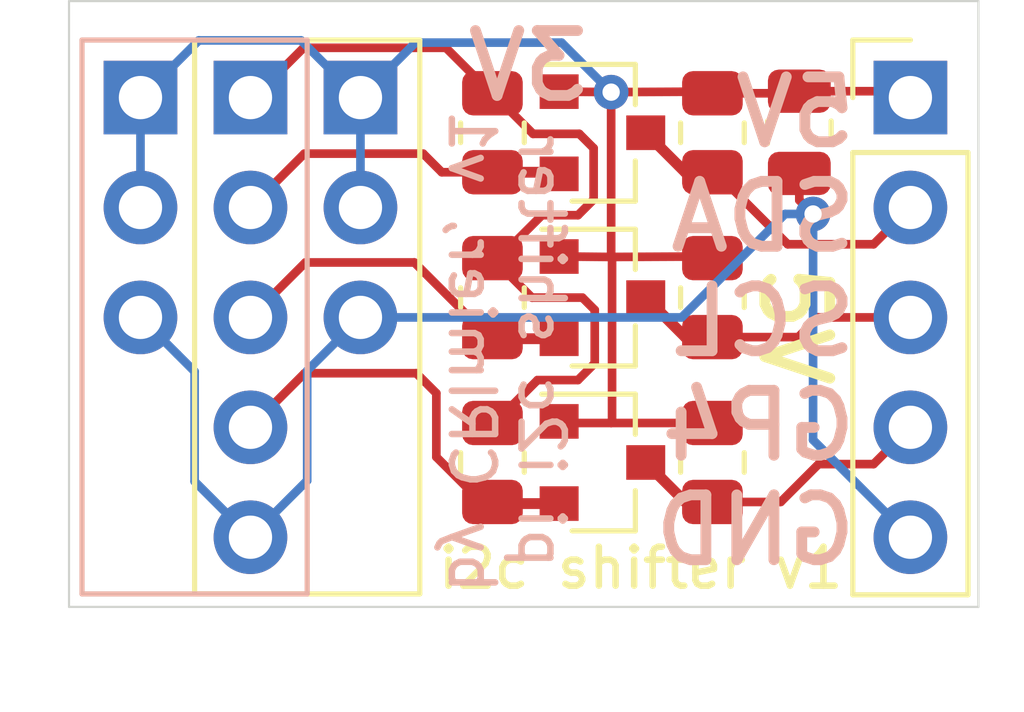
<source format=kicad_pcb>
(kicad_pcb (version 20171130) (host pcbnew 5.1.5+dfsg1-2build2)

  (general
    (thickness 1.6)
    (drawings 17)
    (tracks 103)
    (zones 0)
    (modules 18)
    (nets 10)
  )

  (page A4)
  (layers
    (0 F.Cu signal)
    (31 B.Cu signal)
    (32 B.Adhes user)
    (33 F.Adhes user)
    (34 B.Paste user)
    (35 F.Paste user)
    (36 B.SilkS user)
    (37 F.SilkS user)
    (38 B.Mask user)
    (39 F.Mask user)
    (40 Dwgs.User user)
    (41 Cmts.User user)
    (42 Eco1.User user)
    (43 Eco2.User user)
    (44 Edge.Cuts user)
    (45 Margin user)
    (46 B.CrtYd user)
    (47 F.CrtYd user)
    (48 B.Fab user)
    (49 F.Fab user)
  )

  (setup
    (last_trace_width 0.25)
    (user_trace_width 0.2)
    (trace_clearance 0.2)
    (zone_clearance 0.508)
    (zone_45_only no)
    (trace_min 0.2)
    (via_size 0.8)
    (via_drill 0.4)
    (via_min_size 0.4)
    (via_min_drill 0.3)
    (uvia_size 0.3)
    (uvia_drill 0.1)
    (uvias_allowed no)
    (uvia_min_size 0.2)
    (uvia_min_drill 0.1)
    (edge_width 0.05)
    (segment_width 0.2)
    (pcb_text_width 0.3)
    (pcb_text_size 1.5 1.5)
    (mod_edge_width 0.12)
    (mod_text_size 1 1)
    (mod_text_width 0.15)
    (pad_size 1.524 1.524)
    (pad_drill 0.762)
    (pad_to_mask_clearance 0.051)
    (solder_mask_min_width 0.25)
    (aux_axis_origin 171 89.5)
    (visible_elements FFFFFF7F)
    (pcbplotparams
      (layerselection 0x010fc_ffffffff)
      (usegerberextensions true)
      (usegerberattributes false)
      (usegerberadvancedattributes false)
      (creategerberjobfile false)
      (excludeedgelayer false)
      (linewidth 0.100000)
      (plotframeref false)
      (viasonmask false)
      (mode 1)
      (useauxorigin true)
      (hpglpennumber 1)
      (hpglpenspeed 20)
      (hpglpendiameter 15.000000)
      (psnegative false)
      (psa4output false)
      (plotreference false)
      (plotvalue false)
      (plotinvisibletext false)
      (padsonsilk false)
      (subtractmaskfromsilk true)
      (outputformat 1)
      (mirror false)
      (drillshape 0)
      (scaleselection 1)
      (outputdirectory "gerbers/"))
  )

  (net 0 "")
  (net 1 GND)
  (net 2 +5V)
  (net 3 GPIO_3V)
  (net 4 SCL_3V)
  (net 5 SDA_3V)
  (net 6 +3V3)
  (net 7 GPIO_5V)
  (net 8 SCL_5V)
  (net 9 SDA_5V)

  (net_class Default "This is the default net class."
    (clearance 0.2)
    (trace_width 0.25)
    (via_dia 0.8)
    (via_drill 0.4)
    (uvia_dia 0.3)
    (uvia_drill 0.1)
    (add_net +3V3)
    (add_net +5V)
    (add_net GND)
    (add_net GPIO_3V)
    (add_net GPIO_5V)
    (add_net SCL_3V)
    (add_net SCL_5V)
    (add_net SDA_3V)
    (add_net SDA_5V)
  )

  (module pi_i2c_shifter:PinHeader_1x05_P2.54mm_Vertical_NoSilk (layer F.Cu) (tedit 615A16E7) (tstamp 615A69DF)
    (at 154.19 91.73)
    (descr "Through hole straight pin header, 1x05, 2.54mm pitch, single row")
    (tags "Through hole pin header THT 1x05 2.54mm single row")
    (path /615A19BC)
    (fp_text reference J3 (at 0 -2.33) (layer F.SilkS) hide
      (effects (font (size 1 1) (thickness 0.15)))
    )
    (fp_text value I2C_RPi (at 0 12.49) (layer F.Fab)
      (effects (font (size 1 1) (thickness 0.15)))
    )
    (fp_text user %R (at 0 5.08 90) (layer F.Fab)
      (effects (font (size 1 1) (thickness 0.15)))
    )
    (fp_line (start 1.8 -1.8) (end -1.8 -1.8) (layer F.CrtYd) (width 0.05))
    (fp_line (start 1.8 11.95) (end 1.8 -1.8) (layer F.CrtYd) (width 0.05))
    (fp_line (start -1.8 11.95) (end 1.8 11.95) (layer F.CrtYd) (width 0.05))
    (fp_line (start -1.8 -1.8) (end -1.8 11.95) (layer F.CrtYd) (width 0.05))
    (fp_line (start -1.27 -0.635) (end -0.635 -1.27) (layer F.Fab) (width 0.1))
    (fp_line (start -1.27 11.43) (end -1.27 -0.635) (layer F.Fab) (width 0.1))
    (fp_line (start 1.27 11.43) (end -1.27 11.43) (layer F.Fab) (width 0.1))
    (fp_line (start 1.27 -1.27) (end 1.27 11.43) (layer F.Fab) (width 0.1))
    (fp_line (start -0.635 -1.27) (end 1.27 -1.27) (layer F.Fab) (width 0.1))
    (pad 5 thru_hole oval (at 0 10.16) (size 1.7 1.7) (drill 1) (layers *.Cu *.Mask)
      (net 1 GND))
    (pad 4 thru_hole oval (at 0 7.62) (size 1.7 1.7) (drill 1) (layers *.Cu *.Mask)
      (net 3 GPIO_3V))
    (pad 3 thru_hole oval (at 0 5.08) (size 1.7 1.7) (drill 1) (layers *.Cu *.Mask)
      (net 4 SCL_3V))
    (pad 2 thru_hole oval (at 0 2.54) (size 1.7 1.7) (drill 1) (layers *.Cu *.Mask)
      (net 5 SDA_3V))
    (pad 1 thru_hole rect (at 0 0) (size 1.7 1.7) (drill 1) (layers *.Cu *.Mask)
      (net 6 +3V3))
  )

  (module pi_i2c_shifter:PinHole_1,5mm (layer F.Cu) (tedit 615A1726) (tstamp 615A6980)
    (at 151.65 99.35)
    (descr "Mounting Hole 2.1mm, no annular")
    (tags "mounting hole 2.1mm no annular")
    (path /615AAB6B)
    (attr virtual)
    (fp_text reference H1 (at 0 -3.2) (layer F.SilkS) hide
      (effects (font (size 1 1) (thickness 0.15)))
    )
    (fp_text value pin_hole (at 0 3.2) (layer F.Fab)
      (effects (font (size 1 1) (thickness 0.15)))
    )
    (fp_circle (center 0 0) (end 1.524 0) (layer F.CrtYd) (width 0.05))
    (fp_circle (center 0 0) (end 1.27 0) (layer Cmts.User) (width 0.15))
    (fp_text user %R (at 0.3 0) (layer F.Fab)
      (effects (font (size 1 1) (thickness 0.15)))
    )
    (pad "" np_thru_hole circle (at 0 0) (size 1.5 1.5) (drill 1.5) (layers *.Cu *.Mask))
  )

  (module pi_i2c_shifter:PinHole_1,5mm (layer F.Cu) (tedit 615A1726) (tstamp 615A6998)
    (at 151.65 101.89)
    (descr "Mounting Hole 2.1mm, no annular")
    (tags "mounting hole 2.1mm no annular")
    (path /615ABA63)
    (attr virtual)
    (fp_text reference H4 (at 0 -3.2) (layer F.SilkS) hide
      (effects (font (size 1 1) (thickness 0.15)))
    )
    (fp_text value pin_hole (at 0 3.2) (layer F.Fab)
      (effects (font (size 1 1) (thickness 0.15)))
    )
    (fp_circle (center 0 0) (end 1.524 0) (layer F.CrtYd) (width 0.05))
    (fp_circle (center 0 0) (end 1.27 0) (layer Cmts.User) (width 0.15))
    (fp_text user %R (at 0.3 0) (layer F.Fab)
      (effects (font (size 1 1) (thickness 0.15)))
    )
    (pad "" np_thru_hole circle (at 0 0) (size 1.5 1.5) (drill 1.5) (layers *.Cu *.Mask))
  )

  (module pi_i2c_shifter:PinHole_1,5mm (layer F.Cu) (tedit 615A1726) (tstamp 615A6990)
    (at 156.73 99.35)
    (descr "Mounting Hole 2.1mm, no annular")
    (tags "mounting hole 2.1mm no annular")
    (path /615AB864)
    (attr virtual)
    (fp_text reference H3 (at 0 -3.2) (layer F.SilkS) hide
      (effects (font (size 1 1) (thickness 0.15)))
    )
    (fp_text value pin_hole (at 0 3.2) (layer F.Fab)
      (effects (font (size 1 1) (thickness 0.15)))
    )
    (fp_circle (center 0 0) (end 1.524 0) (layer F.CrtYd) (width 0.05))
    (fp_circle (center 0 0) (end 1.27 0) (layer Cmts.User) (width 0.15))
    (fp_text user %R (at 0.3 0) (layer F.Fab)
      (effects (font (size 1 1) (thickness 0.15)))
    )
    (pad "" np_thru_hole circle (at 0 0) (size 1.5 1.5) (drill 1.5) (layers *.Cu *.Mask))
  )

  (module pi_i2c_shifter:PinHole_1,5mm (layer F.Cu) (tedit 615A1726) (tstamp 615A6988)
    (at 156.73 101.89)
    (descr "Mounting Hole 2.1mm, no annular")
    (tags "mounting hole 2.1mm no annular")
    (path /615AAE76)
    (attr virtual)
    (fp_text reference H2 (at 0 -3.2) (layer F.SilkS) hide
      (effects (font (size 1 1) (thickness 0.15)))
    )
    (fp_text value pin_hole (at 0 3.2) (layer F.Fab)
      (effects (font (size 1 1) (thickness 0.15)))
    )
    (fp_circle (center 0 0) (end 1.524 0) (layer F.CrtYd) (width 0.05))
    (fp_circle (center 0 0) (end 1.27 0) (layer Cmts.User) (width 0.15))
    (fp_text user %R (at 0.3 0) (layer F.Fab)
      (effects (font (size 1 1) (thickness 0.15)))
    )
    (pad "" np_thru_hole circle (at 0 0) (size 1.5 1.5) (drill 1.5) (layers *.Cu *.Mask))
  )

  (module pi_i2c_shifter:PinHeader_1x03_P2.54mm_Vertical_NoSilk (layer F.Cu) (tedit 615A1665) (tstamp 615A69AF)
    (at 156.73 91.73)
    (descr "Through hole straight pin header, 1x03, 2.54mm pitch, single row")
    (tags "Through hole pin header THT 1x03 2.54mm single row")
    (path /615A154B)
    (fp_text reference J1 (at 0 -2.33) (layer F.SilkS) hide
      (effects (font (size 1 1) (thickness 0.15)))
    )
    (fp_text value 5V_1 (at 0 7.41) (layer F.Fab)
      (effects (font (size 1 1) (thickness 0.15)))
    )
    (fp_text user %R (at 0 2.54 90) (layer F.Fab)
      (effects (font (size 1 1) (thickness 0.15)))
    )
    (fp_line (start 1.8 -1.8) (end -1.8 -1.8) (layer F.CrtYd) (width 0.05))
    (fp_line (start 1.8 6.85) (end 1.8 -1.8) (layer F.CrtYd) (width 0.05))
    (fp_line (start -1.8 6.85) (end 1.8 6.85) (layer F.CrtYd) (width 0.05))
    (fp_line (start -1.8 -1.8) (end -1.8 6.85) (layer F.CrtYd) (width 0.05))
    (fp_line (start -1.27 -0.635) (end -0.635 -1.27) (layer F.Fab) (width 0.1))
    (fp_line (start -1.27 6.35) (end -1.27 -0.635) (layer F.Fab) (width 0.1))
    (fp_line (start 1.27 6.35) (end -1.27 6.35) (layer F.Fab) (width 0.1))
    (fp_line (start 1.27 -1.27) (end 1.27 6.35) (layer F.Fab) (width 0.1))
    (fp_line (start -0.635 -1.27) (end 1.27 -1.27) (layer F.Fab) (width 0.1))
    (pad 3 thru_hole oval (at 0 5.08) (size 1.7 1.7) (drill 1) (layers *.Cu *.Mask)
      (net 1 GND))
    (pad 2 thru_hole oval (at 0 2.54) (size 1.7 1.7) (drill 1) (layers *.Cu *.Mask)
      (net 2 +5V))
    (pad 1 thru_hole rect (at 0 0) (size 1.7 1.7) (drill 1) (layers *.Cu *.Mask)
      (net 2 +5V))
  )

  (module pi_i2c_shifter:PinHeader_1x03_P2.54mm_Vertical_NoSilk (layer F.Cu) (tedit 615A1665) (tstamp 615A69C6)
    (at 151.65 91.73)
    (descr "Through hole straight pin header, 1x03, 2.54mm pitch, single row")
    (tags "Through hole pin header THT 1x03 2.54mm single row")
    (path /615A981E)
    (fp_text reference J2 (at 0 -2.33) (layer F.SilkS) hide
      (effects (font (size 1 1) (thickness 0.15)))
    )
    (fp_text value 5V_2 (at 0 7.41) (layer F.Fab)
      (effects (font (size 1 1) (thickness 0.15)))
    )
    (fp_text user %R (at 0 2.54 90) (layer F.Fab)
      (effects (font (size 1 1) (thickness 0.15)))
    )
    (fp_line (start 1.8 -1.8) (end -1.8 -1.8) (layer F.CrtYd) (width 0.05))
    (fp_line (start 1.8 6.85) (end 1.8 -1.8) (layer F.CrtYd) (width 0.05))
    (fp_line (start -1.8 6.85) (end 1.8 6.85) (layer F.CrtYd) (width 0.05))
    (fp_line (start -1.8 -1.8) (end -1.8 6.85) (layer F.CrtYd) (width 0.05))
    (fp_line (start -1.27 -0.635) (end -0.635 -1.27) (layer F.Fab) (width 0.1))
    (fp_line (start -1.27 6.35) (end -1.27 -0.635) (layer F.Fab) (width 0.1))
    (fp_line (start 1.27 6.35) (end -1.27 6.35) (layer F.Fab) (width 0.1))
    (fp_line (start 1.27 -1.27) (end 1.27 6.35) (layer F.Fab) (width 0.1))
    (fp_line (start -0.635 -1.27) (end 1.27 -1.27) (layer F.Fab) (width 0.1))
    (pad 3 thru_hole oval (at 0 5.08) (size 1.7 1.7) (drill 1) (layers *.Cu *.Mask)
      (net 1 GND))
    (pad 2 thru_hole oval (at 0 2.54) (size 1.7 1.7) (drill 1) (layers *.Cu *.Mask)
      (net 2 +5V))
    (pad 1 thru_hole rect (at 0 0) (size 1.7 1.7) (drill 1) (layers *.Cu *.Mask)
      (net 2 +5V))
  )

  (module Resistor_SMD:R_0805_2012Metric (layer F.Cu) (tedit 5F68FEEE) (tstamp 615A6A9D)
    (at 164.858 96.3528 270)
    (descr "Resistor SMD 0805 (2012 Metric), square (rectangular) end terminal, IPC_7351 nominal, (Body size source: IPC-SM-782 page 72, https://www.pcb-3d.com/wordpress/wp-content/uploads/ipc-sm-782a_amendment_1_and_2.pdf), generated with kicad-footprint-generator")
    (tags resistor)
    (path /615C389E)
    (attr smd)
    (fp_text reference R6 (at 0 -1.65 90) (layer F.SilkS) hide
      (effects (font (size 1 1) (thickness 0.15)))
    )
    (fp_text value 4.7K (at 0 1.65 90) (layer F.Fab)
      (effects (font (size 1 1) (thickness 0.15)))
    )
    (fp_text user %R (at 0 0 90) (layer F.Fab)
      (effects (font (size 0.5 0.5) (thickness 0.08)))
    )
    (fp_line (start 1.68 0.95) (end -1.68 0.95) (layer F.CrtYd) (width 0.05))
    (fp_line (start 1.68 -0.95) (end 1.68 0.95) (layer F.CrtYd) (width 0.05))
    (fp_line (start -1.68 -0.95) (end 1.68 -0.95) (layer F.CrtYd) (width 0.05))
    (fp_line (start -1.68 0.95) (end -1.68 -0.95) (layer F.CrtYd) (width 0.05))
    (fp_line (start -0.227064 0.735) (end 0.227064 0.735) (layer F.SilkS) (width 0.12))
    (fp_line (start -0.227064 -0.735) (end 0.227064 -0.735) (layer F.SilkS) (width 0.12))
    (fp_line (start 1 0.625) (end -1 0.625) (layer F.Fab) (width 0.1))
    (fp_line (start 1 -0.625) (end 1 0.625) (layer F.Fab) (width 0.1))
    (fp_line (start -1 -0.625) (end 1 -0.625) (layer F.Fab) (width 0.1))
    (fp_line (start -1 0.625) (end -1 -0.625) (layer F.Fab) (width 0.1))
    (pad 2 smd roundrect (at 0.9125 0 270) (size 1.025 1.4) (layers F.Cu F.Paste F.Mask) (roundrect_rratio 0.243902)
      (net 8 SCL_5V))
    (pad 1 smd roundrect (at -0.9125 0 270) (size 1.025 1.4) (layers F.Cu F.Paste F.Mask) (roundrect_rratio 0.243902)
      (net 2 +5V))
    (model ${KISYS3DMOD}/Resistor_SMD.3dshapes/R_0805_2012Metric.wrl
      (at (xyz 0 0 0))
      (scale (xyz 1 1 1))
      (rotate (xyz 0 0 0))
    )
  )

  (module Resistor_SMD:R_0805_2012Metric (layer F.Cu) (tedit 5F68FEEE) (tstamp 615A6A8C)
    (at 164.858 92.5428 270)
    (descr "Resistor SMD 0805 (2012 Metric), square (rectangular) end terminal, IPC_7351 nominal, (Body size source: IPC-SM-782 page 72, https://www.pcb-3d.com/wordpress/wp-content/uploads/ipc-sm-782a_amendment_1_and_2.pdf), generated with kicad-footprint-generator")
    (tags resistor)
    (path /615A116D)
    (attr smd)
    (fp_text reference R5 (at 0 -1.65 90) (layer F.SilkS) hide
      (effects (font (size 1 1) (thickness 0.15)))
    )
    (fp_text value 4.7K (at 0 1.65 90) (layer F.Fab)
      (effects (font (size 1 1) (thickness 0.15)))
    )
    (fp_text user %R (at 0 0 90) (layer F.Fab)
      (effects (font (size 0.5 0.5) (thickness 0.08)))
    )
    (fp_line (start 1.68 0.95) (end -1.68 0.95) (layer F.CrtYd) (width 0.05))
    (fp_line (start 1.68 -0.95) (end 1.68 0.95) (layer F.CrtYd) (width 0.05))
    (fp_line (start -1.68 -0.95) (end 1.68 -0.95) (layer F.CrtYd) (width 0.05))
    (fp_line (start -1.68 0.95) (end -1.68 -0.95) (layer F.CrtYd) (width 0.05))
    (fp_line (start -0.227064 0.735) (end 0.227064 0.735) (layer F.SilkS) (width 0.12))
    (fp_line (start -0.227064 -0.735) (end 0.227064 -0.735) (layer F.SilkS) (width 0.12))
    (fp_line (start 1 0.625) (end -1 0.625) (layer F.Fab) (width 0.1))
    (fp_line (start 1 -0.625) (end 1 0.625) (layer F.Fab) (width 0.1))
    (fp_line (start -1 -0.625) (end 1 -0.625) (layer F.Fab) (width 0.1))
    (fp_line (start -1 0.625) (end -1 -0.625) (layer F.Fab) (width 0.1))
    (pad 2 smd roundrect (at 0.9125 0 270) (size 1.025 1.4) (layers F.Cu F.Paste F.Mask) (roundrect_rratio 0.243902)
      (net 9 SDA_5V))
    (pad 1 smd roundrect (at -0.9125 0 270) (size 1.025 1.4) (layers F.Cu F.Paste F.Mask) (roundrect_rratio 0.243902)
      (net 2 +5V))
    (model ${KISYS3DMOD}/Resistor_SMD.3dshapes/R_0805_2012Metric.wrl
      (at (xyz 0 0 0))
      (scale (xyz 1 1 1))
      (rotate (xyz 0 0 0))
    )
  )

  (module Resistor_SMD:R_0805_2012Metric (layer F.Cu) (tedit 5F68FEEE) (tstamp 615A6A7B)
    (at 164.858 100.1628 270)
    (descr "Resistor SMD 0805 (2012 Metric), square (rectangular) end terminal, IPC_7351 nominal, (Body size source: IPC-SM-782 page 72, https://www.pcb-3d.com/wordpress/wp-content/uploads/ipc-sm-782a_amendment_1_and_2.pdf), generated with kicad-footprint-generator")
    (tags resistor)
    (path /615DDAAA)
    (attr smd)
    (fp_text reference R4 (at 0 -1.65 90) (layer F.SilkS) hide
      (effects (font (size 1 1) (thickness 0.15)))
    )
    (fp_text value 4.7K (at 0 1.65 90) (layer F.Fab)
      (effects (font (size 1 1) (thickness 0.15)))
    )
    (fp_text user %R (at 0 0 90) (layer F.Fab)
      (effects (font (size 0.5 0.5) (thickness 0.08)))
    )
    (fp_line (start 1.68 0.95) (end -1.68 0.95) (layer F.CrtYd) (width 0.05))
    (fp_line (start 1.68 -0.95) (end 1.68 0.95) (layer F.CrtYd) (width 0.05))
    (fp_line (start -1.68 -0.95) (end 1.68 -0.95) (layer F.CrtYd) (width 0.05))
    (fp_line (start -1.68 0.95) (end -1.68 -0.95) (layer F.CrtYd) (width 0.05))
    (fp_line (start -0.227064 0.735) (end 0.227064 0.735) (layer F.SilkS) (width 0.12))
    (fp_line (start -0.227064 -0.735) (end 0.227064 -0.735) (layer F.SilkS) (width 0.12))
    (fp_line (start 1 0.625) (end -1 0.625) (layer F.Fab) (width 0.1))
    (fp_line (start 1 -0.625) (end 1 0.625) (layer F.Fab) (width 0.1))
    (fp_line (start -1 -0.625) (end 1 -0.625) (layer F.Fab) (width 0.1))
    (fp_line (start -1 0.625) (end -1 -0.625) (layer F.Fab) (width 0.1))
    (pad 2 smd roundrect (at 0.9125 0 270) (size 1.025 1.4) (layers F.Cu F.Paste F.Mask) (roundrect_rratio 0.243902)
      (net 7 GPIO_5V))
    (pad 1 smd roundrect (at -0.9125 0 270) (size 1.025 1.4) (layers F.Cu F.Paste F.Mask) (roundrect_rratio 0.243902)
      (net 2 +5V))
    (model ${KISYS3DMOD}/Resistor_SMD.3dshapes/R_0805_2012Metric.wrl
      (at (xyz 0 0 0))
      (scale (xyz 1 1 1))
      (rotate (xyz 0 0 0))
    )
  )

  (module Resistor_SMD:R_0805_2012Metric (layer F.Cu) (tedit 5F68FEEE) (tstamp 615A6A6A)
    (at 159.778 96.3528 270)
    (descr "Resistor SMD 0805 (2012 Metric), square (rectangular) end terminal, IPC_7351 nominal, (Body size source: IPC-SM-782 page 72, https://www.pcb-3d.com/wordpress/wp-content/uploads/ipc-sm-782a_amendment_1_and_2.pdf), generated with kicad-footprint-generator")
    (tags resistor)
    (path /615E4BBB)
    (attr smd)
    (fp_text reference R3 (at 0 -1.65 90) (layer F.SilkS) hide
      (effects (font (size 1 1) (thickness 0.15)))
    )
    (fp_text value NP (at 0 1.65 90) (layer F.Fab)
      (effects (font (size 1 1) (thickness 0.15)))
    )
    (fp_text user %R (at 0 0 90) (layer F.Fab)
      (effects (font (size 0.5 0.5) (thickness 0.08)))
    )
    (fp_line (start 1.68 0.95) (end -1.68 0.95) (layer F.CrtYd) (width 0.05))
    (fp_line (start 1.68 -0.95) (end 1.68 0.95) (layer F.CrtYd) (width 0.05))
    (fp_line (start -1.68 -0.95) (end 1.68 -0.95) (layer F.CrtYd) (width 0.05))
    (fp_line (start -1.68 0.95) (end -1.68 -0.95) (layer F.CrtYd) (width 0.05))
    (fp_line (start -0.227064 0.735) (end 0.227064 0.735) (layer F.SilkS) (width 0.12))
    (fp_line (start -0.227064 -0.735) (end 0.227064 -0.735) (layer F.SilkS) (width 0.12))
    (fp_line (start 1 0.625) (end -1 0.625) (layer F.Fab) (width 0.1))
    (fp_line (start 1 -0.625) (end 1 0.625) (layer F.Fab) (width 0.1))
    (fp_line (start -1 -0.625) (end 1 -0.625) (layer F.Fab) (width 0.1))
    (fp_line (start -1 0.625) (end -1 -0.625) (layer F.Fab) (width 0.1))
    (pad 2 smd roundrect (at 0.9125 0 270) (size 1.025 1.4) (layers F.Cu F.Paste F.Mask) (roundrect_rratio 0.243902)
      (net 4 SCL_3V))
    (pad 1 smd roundrect (at -0.9125 0 270) (size 1.025 1.4) (layers F.Cu F.Paste F.Mask) (roundrect_rratio 0.243902)
      (net 6 +3V3))
    (model ${KISYS3DMOD}/Resistor_SMD.3dshapes/R_0805_2012Metric.wrl
      (at (xyz 0 0 0))
      (scale (xyz 1 1 1))
      (rotate (xyz 0 0 0))
    )
  )

  (module Resistor_SMD:R_0805_2012Metric (layer F.Cu) (tedit 5F68FEEE) (tstamp 615A6A59)
    (at 159.778 92.5428 270)
    (descr "Resistor SMD 0805 (2012 Metric), square (rectangular) end terminal, IPC_7351 nominal, (Body size source: IPC-SM-782 page 72, https://www.pcb-3d.com/wordpress/wp-content/uploads/ipc-sm-782a_amendment_1_and_2.pdf), generated with kicad-footprint-generator")
    (tags resistor)
    (path /615E4BA4)
    (attr smd)
    (fp_text reference R2 (at 0 -1.65 90) (layer F.SilkS) hide
      (effects (font (size 1 1) (thickness 0.15)))
    )
    (fp_text value NP (at 0 1.65 90) (layer F.Fab)
      (effects (font (size 1 1) (thickness 0.15)))
    )
    (fp_text user %R (at 0 0 90) (layer F.Fab)
      (effects (font (size 0.5 0.5) (thickness 0.08)))
    )
    (fp_line (start 1.68 0.95) (end -1.68 0.95) (layer F.CrtYd) (width 0.05))
    (fp_line (start 1.68 -0.95) (end 1.68 0.95) (layer F.CrtYd) (width 0.05))
    (fp_line (start -1.68 -0.95) (end 1.68 -0.95) (layer F.CrtYd) (width 0.05))
    (fp_line (start -1.68 0.95) (end -1.68 -0.95) (layer F.CrtYd) (width 0.05))
    (fp_line (start -0.227064 0.735) (end 0.227064 0.735) (layer F.SilkS) (width 0.12))
    (fp_line (start -0.227064 -0.735) (end 0.227064 -0.735) (layer F.SilkS) (width 0.12))
    (fp_line (start 1 0.625) (end -1 0.625) (layer F.Fab) (width 0.1))
    (fp_line (start 1 -0.625) (end 1 0.625) (layer F.Fab) (width 0.1))
    (fp_line (start -1 -0.625) (end 1 -0.625) (layer F.Fab) (width 0.1))
    (fp_line (start -1 0.625) (end -1 -0.625) (layer F.Fab) (width 0.1))
    (pad 2 smd roundrect (at 0.9125 0 270) (size 1.025 1.4) (layers F.Cu F.Paste F.Mask) (roundrect_rratio 0.243902)
      (net 5 SDA_3V))
    (pad 1 smd roundrect (at -0.9125 0 270) (size 1.025 1.4) (layers F.Cu F.Paste F.Mask) (roundrect_rratio 0.243902)
      (net 6 +3V3))
    (model ${KISYS3DMOD}/Resistor_SMD.3dshapes/R_0805_2012Metric.wrl
      (at (xyz 0 0 0))
      (scale (xyz 1 1 1))
      (rotate (xyz 0 0 0))
    )
  )

  (module Resistor_SMD:R_0805_2012Metric (layer F.Cu) (tedit 5F68FEEE) (tstamp 615A6A48)
    (at 159.778 100.1628 270)
    (descr "Resistor SMD 0805 (2012 Metric), square (rectangular) end terminal, IPC_7351 nominal, (Body size source: IPC-SM-782 page 72, https://www.pcb-3d.com/wordpress/wp-content/uploads/ipc-sm-782a_amendment_1_and_2.pdf), generated with kicad-footprint-generator")
    (tags resistor)
    (path /615E4BCF)
    (attr smd)
    (fp_text reference R1 (at 0 -1.65 90) (layer F.SilkS) hide
      (effects (font (size 1 1) (thickness 0.15)))
    )
    (fp_text value 4.7K (at 0 1.65 90) (layer F.Fab)
      (effects (font (size 1 1) (thickness 0.15)))
    )
    (fp_text user %R (at 0 0 90) (layer F.Fab)
      (effects (font (size 0.5 0.5) (thickness 0.08)))
    )
    (fp_line (start 1.68 0.95) (end -1.68 0.95) (layer F.CrtYd) (width 0.05))
    (fp_line (start 1.68 -0.95) (end 1.68 0.95) (layer F.CrtYd) (width 0.05))
    (fp_line (start -1.68 -0.95) (end 1.68 -0.95) (layer F.CrtYd) (width 0.05))
    (fp_line (start -1.68 0.95) (end -1.68 -0.95) (layer F.CrtYd) (width 0.05))
    (fp_line (start -0.227064 0.735) (end 0.227064 0.735) (layer F.SilkS) (width 0.12))
    (fp_line (start -0.227064 -0.735) (end 0.227064 -0.735) (layer F.SilkS) (width 0.12))
    (fp_line (start 1 0.625) (end -1 0.625) (layer F.Fab) (width 0.1))
    (fp_line (start 1 -0.625) (end 1 0.625) (layer F.Fab) (width 0.1))
    (fp_line (start -1 -0.625) (end 1 -0.625) (layer F.Fab) (width 0.1))
    (fp_line (start -1 0.625) (end -1 -0.625) (layer F.Fab) (width 0.1))
    (pad 2 smd roundrect (at 0.9125 0 270) (size 1.025 1.4) (layers F.Cu F.Paste F.Mask) (roundrect_rratio 0.243902)
      (net 3 GPIO_3V))
    (pad 1 smd roundrect (at -0.9125 0 270) (size 1.025 1.4) (layers F.Cu F.Paste F.Mask) (roundrect_rratio 0.243902)
      (net 6 +3V3))
    (model ${KISYS3DMOD}/Resistor_SMD.3dshapes/R_0805_2012Metric.wrl
      (at (xyz 0 0 0))
      (scale (xyz 1 1 1))
      (rotate (xyz 0 0 0))
    )
  )

  (module Package_TO_SOT_SMD:SOT-23 (layer F.Cu) (tedit 5A02FF57) (tstamp 615A6A37)
    (at 162.318 100.1628)
    (descr "SOT-23, Standard")
    (tags SOT-23)
    (path /615B6A83)
    (attr smd)
    (fp_text reference Q3 (at 0 -2.5) (layer F.SilkS) hide
      (effects (font (size 1 1) (thickness 0.15)))
    )
    (fp_text value Q_NMOS_GSD (at 0 2.5) (layer F.Fab)
      (effects (font (size 1 1) (thickness 0.15)))
    )
    (fp_line (start 0.76 1.58) (end -0.7 1.58) (layer F.SilkS) (width 0.12))
    (fp_line (start 0.76 -1.58) (end -1.4 -1.58) (layer F.SilkS) (width 0.12))
    (fp_line (start -1.7 1.75) (end -1.7 -1.75) (layer F.CrtYd) (width 0.05))
    (fp_line (start 1.7 1.75) (end -1.7 1.75) (layer F.CrtYd) (width 0.05))
    (fp_line (start 1.7 -1.75) (end 1.7 1.75) (layer F.CrtYd) (width 0.05))
    (fp_line (start -1.7 -1.75) (end 1.7 -1.75) (layer F.CrtYd) (width 0.05))
    (fp_line (start 0.76 -1.58) (end 0.76 -0.65) (layer F.SilkS) (width 0.12))
    (fp_line (start 0.76 1.58) (end 0.76 0.65) (layer F.SilkS) (width 0.12))
    (fp_line (start -0.7 1.52) (end 0.7 1.52) (layer F.Fab) (width 0.1))
    (fp_line (start 0.7 -1.52) (end 0.7 1.52) (layer F.Fab) (width 0.1))
    (fp_line (start -0.7 -0.95) (end -0.15 -1.52) (layer F.Fab) (width 0.1))
    (fp_line (start -0.15 -1.52) (end 0.7 -1.52) (layer F.Fab) (width 0.1))
    (fp_line (start -0.7 -0.95) (end -0.7 1.5) (layer F.Fab) (width 0.1))
    (fp_text user %R (at 0 0 90) (layer F.Fab)
      (effects (font (size 0.5 0.5) (thickness 0.075)))
    )
    (pad 3 smd rect (at 1 0) (size 0.9 0.8) (layers F.Cu F.Paste F.Mask)
      (net 7 GPIO_5V))
    (pad 2 smd rect (at -1 0.95) (size 0.9 0.8) (layers F.Cu F.Paste F.Mask)
      (net 3 GPIO_3V))
    (pad 1 smd rect (at -1 -0.95) (size 0.9 0.8) (layers F.Cu F.Paste F.Mask)
      (net 2 +5V))
    (model ${KISYS3DMOD}/Package_TO_SOT_SMD.3dshapes/SOT-23.wrl
      (at (xyz 0 0 0))
      (scale (xyz 1 1 1))
      (rotate (xyz 0 0 0))
    )
  )

  (module Package_TO_SOT_SMD:SOT-23 (layer F.Cu) (tedit 5A02FF57) (tstamp 615A6A22)
    (at 162.318 96.3528)
    (descr "SOT-23, Standard")
    (tags SOT-23)
    (path /615B13D1)
    (attr smd)
    (fp_text reference Q2 (at 0 -2.5) (layer F.SilkS) hide
      (effects (font (size 1 1) (thickness 0.15)))
    )
    (fp_text value Q_NMOS_GSD (at 0 2.5) (layer F.Fab)
      (effects (font (size 1 1) (thickness 0.15)))
    )
    (fp_line (start 0.76 1.58) (end -0.7 1.58) (layer F.SilkS) (width 0.12))
    (fp_line (start 0.76 -1.58) (end -1.4 -1.58) (layer F.SilkS) (width 0.12))
    (fp_line (start -1.7 1.75) (end -1.7 -1.75) (layer F.CrtYd) (width 0.05))
    (fp_line (start 1.7 1.75) (end -1.7 1.75) (layer F.CrtYd) (width 0.05))
    (fp_line (start 1.7 -1.75) (end 1.7 1.75) (layer F.CrtYd) (width 0.05))
    (fp_line (start -1.7 -1.75) (end 1.7 -1.75) (layer F.CrtYd) (width 0.05))
    (fp_line (start 0.76 -1.58) (end 0.76 -0.65) (layer F.SilkS) (width 0.12))
    (fp_line (start 0.76 1.58) (end 0.76 0.65) (layer F.SilkS) (width 0.12))
    (fp_line (start -0.7 1.52) (end 0.7 1.52) (layer F.Fab) (width 0.1))
    (fp_line (start 0.7 -1.52) (end 0.7 1.52) (layer F.Fab) (width 0.1))
    (fp_line (start -0.7 -0.95) (end -0.15 -1.52) (layer F.Fab) (width 0.1))
    (fp_line (start -0.15 -1.52) (end 0.7 -1.52) (layer F.Fab) (width 0.1))
    (fp_line (start -0.7 -0.95) (end -0.7 1.5) (layer F.Fab) (width 0.1))
    (fp_text user %R (at 0 0 90) (layer F.Fab)
      (effects (font (size 0.5 0.5) (thickness 0.075)))
    )
    (pad 3 smd rect (at 1 0) (size 0.9 0.8) (layers F.Cu F.Paste F.Mask)
      (net 8 SCL_5V))
    (pad 2 smd rect (at -1 0.95) (size 0.9 0.8) (layers F.Cu F.Paste F.Mask)
      (net 4 SCL_3V))
    (pad 1 smd rect (at -1 -0.95) (size 0.9 0.8) (layers F.Cu F.Paste F.Mask)
      (net 2 +5V))
    (model ${KISYS3DMOD}/Package_TO_SOT_SMD.3dshapes/SOT-23.wrl
      (at (xyz 0 0 0))
      (scale (xyz 1 1 1))
      (rotate (xyz 0 0 0))
    )
  )

  (module Package_TO_SOT_SMD:SOT-23 (layer F.Cu) (tedit 5A02FF57) (tstamp 615A6A0D)
    (at 162.318 92.5428)
    (descr "SOT-23, Standard")
    (tags SOT-23)
    (path /615AC5D8)
    (attr smd)
    (fp_text reference Q1 (at 0 -2.5) (layer F.SilkS) hide
      (effects (font (size 1 1) (thickness 0.15)))
    )
    (fp_text value Q_NMOS_GSD (at 0 2.5) (layer F.Fab)
      (effects (font (size 1 1) (thickness 0.15)))
    )
    (fp_line (start 0.76 1.58) (end -0.7 1.58) (layer F.SilkS) (width 0.12))
    (fp_line (start 0.76 -1.58) (end -1.4 -1.58) (layer F.SilkS) (width 0.12))
    (fp_line (start -1.7 1.75) (end -1.7 -1.75) (layer F.CrtYd) (width 0.05))
    (fp_line (start 1.7 1.75) (end -1.7 1.75) (layer F.CrtYd) (width 0.05))
    (fp_line (start 1.7 -1.75) (end 1.7 1.75) (layer F.CrtYd) (width 0.05))
    (fp_line (start -1.7 -1.75) (end 1.7 -1.75) (layer F.CrtYd) (width 0.05))
    (fp_line (start 0.76 -1.58) (end 0.76 -0.65) (layer F.SilkS) (width 0.12))
    (fp_line (start 0.76 1.58) (end 0.76 0.65) (layer F.SilkS) (width 0.12))
    (fp_line (start -0.7 1.52) (end 0.7 1.52) (layer F.Fab) (width 0.1))
    (fp_line (start 0.7 -1.52) (end 0.7 1.52) (layer F.Fab) (width 0.1))
    (fp_line (start -0.7 -0.95) (end -0.15 -1.52) (layer F.Fab) (width 0.1))
    (fp_line (start -0.15 -1.52) (end 0.7 -1.52) (layer F.Fab) (width 0.1))
    (fp_line (start -0.7 -0.95) (end -0.7 1.5) (layer F.Fab) (width 0.1))
    (fp_text user %R (at 0 0 90) (layer F.Fab)
      (effects (font (size 0.5 0.5) (thickness 0.075)))
    )
    (pad 3 smd rect (at 1 0) (size 0.9 0.8) (layers F.Cu F.Paste F.Mask)
      (net 9 SDA_5V))
    (pad 2 smd rect (at -1 0.95) (size 0.9 0.8) (layers F.Cu F.Paste F.Mask)
      (net 5 SDA_3V))
    (pad 1 smd rect (at -1 -0.95) (size 0.9 0.8) (layers F.Cu F.Paste F.Mask)
      (net 2 +5V))
    (model ${KISYS3DMOD}/Package_TO_SOT_SMD.3dshapes/SOT-23.wrl
      (at (xyz 0 0 0))
      (scale (xyz 1 1 1))
      (rotate (xyz 0 0 0))
    )
  )

  (module Connector_PinHeader_2.54mm:PinHeader_1x05_P2.54mm_Vertical (layer F.Cu) (tedit 59FED5CC) (tstamp 615A69F8)
    (at 169.43 91.73)
    (descr "Through hole straight pin header, 1x05, 2.54mm pitch, single row")
    (tags "Through hole pin header THT 1x05 2.54mm single row")
    (path /615A4E39)
    (fp_text reference J4 (at 0 -2.33) (layer F.SilkS) hide
      (effects (font (size 1 1) (thickness 0.15)))
    )
    (fp_text value I2C_5V (at 0 12.49) (layer F.Fab)
      (effects (font (size 1 1) (thickness 0.15)))
    )
    (fp_text user %R (at 0 5.08 90) (layer F.Fab)
      (effects (font (size 1 1) (thickness 0.15)))
    )
    (fp_line (start 1.8 -1.8) (end -1.8 -1.8) (layer F.CrtYd) (width 0.05))
    (fp_line (start 1.8 11.95) (end 1.8 -1.8) (layer F.CrtYd) (width 0.05))
    (fp_line (start -1.8 11.95) (end 1.8 11.95) (layer F.CrtYd) (width 0.05))
    (fp_line (start -1.8 -1.8) (end -1.8 11.95) (layer F.CrtYd) (width 0.05))
    (fp_line (start -1.33 -1.33) (end 0 -1.33) (layer F.SilkS) (width 0.12))
    (fp_line (start -1.33 0) (end -1.33 -1.33) (layer F.SilkS) (width 0.12))
    (fp_line (start -1.33 1.27) (end 1.33 1.27) (layer F.SilkS) (width 0.12))
    (fp_line (start 1.33 1.27) (end 1.33 11.49) (layer F.SilkS) (width 0.12))
    (fp_line (start -1.33 1.27) (end -1.33 11.49) (layer F.SilkS) (width 0.12))
    (fp_line (start -1.33 11.49) (end 1.33 11.49) (layer F.SilkS) (width 0.12))
    (fp_line (start -1.27 -0.635) (end -0.635 -1.27) (layer F.Fab) (width 0.1))
    (fp_line (start -1.27 11.43) (end -1.27 -0.635) (layer F.Fab) (width 0.1))
    (fp_line (start 1.27 11.43) (end -1.27 11.43) (layer F.Fab) (width 0.1))
    (fp_line (start 1.27 -1.27) (end 1.27 11.43) (layer F.Fab) (width 0.1))
    (fp_line (start -0.635 -1.27) (end 1.27 -1.27) (layer F.Fab) (width 0.1))
    (pad 5 thru_hole oval (at 0 10.16) (size 1.7 1.7) (drill 1) (layers *.Cu *.Mask)
      (net 1 GND))
    (pad 4 thru_hole oval (at 0 7.62) (size 1.7 1.7) (drill 1) (layers *.Cu *.Mask)
      (net 7 GPIO_5V))
    (pad 3 thru_hole oval (at 0 5.08) (size 1.7 1.7) (drill 1) (layers *.Cu *.Mask)
      (net 8 SCL_5V))
    (pad 2 thru_hole oval (at 0 2.54) (size 1.7 1.7) (drill 1) (layers *.Cu *.Mask)
      (net 9 SDA_5V))
    (pad 1 thru_hole rect (at 0 0) (size 1.7 1.7) (drill 1) (layers *.Cu *.Mask)
      (net 2 +5V))
    (model ${KISYS3DMOD}/Connector_PinHeader_2.54mm.3dshapes/PinHeader_1x05_P2.54mm_Vertical.wrl
      (at (xyz 0 0 0))
      (scale (xyz 1 1 1))
      (rotate (xyz 0 0 0))
    )
  )

  (module Capacitor_SMD:C_0805_2012Metric (layer F.Cu) (tedit 5F68FEEE) (tstamp 615A6978)
    (at 166.8646 92.5326 270)
    (descr "Capacitor SMD 0805 (2012 Metric), square (rectangular) end terminal, IPC_7351 nominal, (Body size source: IPC-SM-782 page 76, https://www.pcb-3d.com/wordpress/wp-content/uploads/ipc-sm-782a_amendment_1_and_2.pdf, https://docs.google.com/spreadsheets/d/1BsfQQcO9C6DZCsRaXUlFlo91Tg2WpOkGARC1WS5S8t0/edit?usp=sharing), generated with kicad-footprint-generator")
    (tags capacitor)
    (path /615EB165)
    (attr smd)
    (fp_text reference C1 (at 0 -1.68 90) (layer F.SilkS) hide
      (effects (font (size 1 1) (thickness 0.15)))
    )
    (fp_text value 100nF (at 0 1.68 90) (layer F.Fab)
      (effects (font (size 1 1) (thickness 0.15)))
    )
    (fp_text user %R (at 0 0 90) (layer F.Fab)
      (effects (font (size 0.5 0.5) (thickness 0.08)))
    )
    (fp_line (start 1.7 0.98) (end -1.7 0.98) (layer F.CrtYd) (width 0.05))
    (fp_line (start 1.7 -0.98) (end 1.7 0.98) (layer F.CrtYd) (width 0.05))
    (fp_line (start -1.7 -0.98) (end 1.7 -0.98) (layer F.CrtYd) (width 0.05))
    (fp_line (start -1.7 0.98) (end -1.7 -0.98) (layer F.CrtYd) (width 0.05))
    (fp_line (start -0.261252 0.735) (end 0.261252 0.735) (layer F.SilkS) (width 0.12))
    (fp_line (start -0.261252 -0.735) (end 0.261252 -0.735) (layer F.SilkS) (width 0.12))
    (fp_line (start 1 0.625) (end -1 0.625) (layer F.Fab) (width 0.1))
    (fp_line (start 1 -0.625) (end 1 0.625) (layer F.Fab) (width 0.1))
    (fp_line (start -1 -0.625) (end 1 -0.625) (layer F.Fab) (width 0.1))
    (fp_line (start -1 0.625) (end -1 -0.625) (layer F.Fab) (width 0.1))
    (pad 2 smd roundrect (at 0.95 0 270) (size 1 1.45) (layers F.Cu F.Paste F.Mask) (roundrect_rratio 0.25)
      (net 1 GND))
    (pad 1 smd roundrect (at -0.95 0 270) (size 1 1.45) (layers F.Cu F.Paste F.Mask) (roundrect_rratio 0.25)
      (net 2 +5V))
    (model ${KISYS3DMOD}/Capacitor_SMD.3dshapes/C_0805_2012Metric.wrl
      (at (xyz 0 0 0))
      (scale (xyz 1 1 1))
      (rotate (xyz 0 0 0))
    )
  )

  (gr_text "pi i2c shifter\nby CRImier, v1" (at 160.1 97.6 270) (layer B.SilkS)
    (effects (font (size 1 1) (thickness 0.15)) (justify mirror))
  )
  (gr_text "i2c shifter v1" (at 163.2 102.6) (layer F.SilkS)
    (effects (font (size 0.9 0.9) (thickness 0.15)))
  )
  (gr_text 3V (at 160.6 91) (layer B.SilkS) (tstamp 615A8C87)
    (effects (font (size 1.5 1.5) (thickness 0.25)) (justify mirror))
  )
  (gr_line (start 150.3 103.2) (end 155.5 103.2) (layer B.SilkS) (width 0.12) (tstamp 615A8C23))
  (gr_line (start 150.3 90.4) (end 150.3 103.2) (layer B.SilkS) (width 0.12))
  (gr_line (start 155.5 90.4) (end 150.3 90.4) (layer B.SilkS) (width 0.12))
  (gr_line (start 155.5 103.2) (end 155.5 90.4) (layer B.SilkS) (width 0.12))
  (gr_line (start 152.9 103.2) (end 158.1 103.2) (layer F.SilkS) (width 0.12) (tstamp 615A8C22))
  (gr_line (start 152.9 90.4) (end 152.9 103.2) (layer F.SilkS) (width 0.12))
  (gr_line (start 158.1 90.4) (end 158.1 103.2) (layer F.SilkS) (width 0.12))
  (gr_line (start 152.9 90.4) (end 158.1 90.4) (layer F.SilkS) (width 0.12))
  (gr_text "5V\nSDA\nSCL\nGP4\nGND" (at 168.3 96.9) (layer B.SilkS) (tstamp 615A8031)
    (effects (font (size 1.5 1.5) (thickness 0.25)) (justify left mirror))
  )
  (gr_text 5V (at 166.75 97 270) (layer F.SilkS)
    (effects (font (size 1.5 1.5) (thickness 0.25)))
  )
  (gr_line (start 150 103.5) (end 150 89.5) (layer Edge.Cuts) (width 0.05) (tstamp 615A7FC3))
  (gr_line (start 171 103.5) (end 150 103.5) (layer Edge.Cuts) (width 0.05))
  (gr_line (start 171 89.5) (end 171 103.5) (layer Edge.Cuts) (width 0.05))
  (gr_line (start 150 89.5) (end 171 89.5) (layer Edge.Cuts) (width 0.05))

  (via (at 167.182388 94.419999) (size 0.8) (drill 0.4) (layers F.Cu B.Cu) (net 1))
  (segment (start 166.8646 94.102211) (end 167.182388 94.419999) (width 0.2) (layer F.Cu) (net 1))
  (segment (start 166.8646 93.4826) (end 166.8646 94.102211) (width 0.2) (layer F.Cu) (net 1))
  (segment (start 156.73 96.81) (end 164.1468 96.81) (width 0.2) (layer B.Cu) (net 1))
  (segment (start 166.536801 94.419999) (end 167.182388 94.419999) (width 0.2) (layer B.Cu) (net 1))
  (segment (start 164.1468 96.81) (end 166.536801 94.419999) (width 0.2) (layer B.Cu) (net 1))
  (segment (start 167.182388 99.642388) (end 169.43 101.89) (width 0.2) (layer B.Cu) (net 1))
  (segment (start 167.182388 94.419999) (end 167.182388 99.642388) (width 0.2) (layer B.Cu) (net 1))
  (segment (start 152.9 98.06) (end 152.499999 97.659999) (width 0.2) (layer B.Cu) (net 1))
  (segment (start 152.9 100.6) (end 152.9 98.06) (width 0.2) (layer B.Cu) (net 1))
  (segment (start 152.499999 97.659999) (end 151.65 96.81) (width 0.2) (layer B.Cu) (net 1))
  (segment (start 154.19 101.89) (end 152.9 100.6) (width 0.2) (layer B.Cu) (net 1))
  (segment (start 155.5 98.04) (end 156.73 96.81) (width 0.2) (layer B.Cu) (net 1))
  (segment (start 155.5 100.58) (end 155.5 98.04) (width 0.2) (layer B.Cu) (net 1))
  (segment (start 154.19 101.89) (end 155.5 100.58) (width 0.2) (layer B.Cu) (net 1))
  (segment (start 164.8205 91.5928) (end 164.858 91.6303) (width 0.2) (layer F.Cu) (net 2))
  (segment (start 164.8205 95.4028) (end 164.858 95.4403) (width 0.2) (layer F.Cu) (net 2))
  (segment (start 161.3555 99.2503) (end 161.318 99.2128) (width 0.2) (layer F.Cu) (net 2))
  (segment (start 162.5193 95.4149) (end 162.5212 95.413) (width 0.2) (layer F.Cu) (net 2))
  (segment (start 162.5212 95.413) (end 164.8205 95.4028) (width 0.2) (layer F.Cu) (net 2))
  (segment (start 161.318 95.4028) (end 162.5212 95.413) (width 0.2) (layer F.Cu) (net 2))
  (segment (start 164.858 99.2503) (end 162.5193 99.2503) (width 0.2) (layer F.Cu) (net 2))
  (segment (start 162.5193 99.2503) (end 161.3555 99.2503) (width 0.2) (layer F.Cu) (net 2))
  (segment (start 162.5193 91.6049) (end 162.5212 91.603) (width 0.2) (layer F.Cu) (net 2))
  (segment (start 162.5193 95.4149) (end 162.5193 91.6049) (width 0.2) (layer F.Cu) (net 2))
  (segment (start 162.5212 91.603) (end 164.8205 91.5928) (width 0.2) (layer F.Cu) (net 2))
  (segment (start 161.318 91.5928) (end 162.5212 91.603) (width 0.2) (layer F.Cu) (net 2))
  (segment (start 162.5193 99.2503) (end 162.540211 99.229389) (width 0.2) (layer F.Cu) (net 2))
  (segment (start 162.540211 99.229389) (end 162.540211 95.435811) (width 0.2) (layer F.Cu) (net 2))
  (segment (start 162.540211 95.435811) (end 162.5193 95.4149) (width 0.2) (layer F.Cu) (net 2))
  (segment (start 169.2826 91.5826) (end 169.43 91.73) (width 0.2) (layer F.Cu) (net 2))
  (segment (start 166.8646 91.5826) (end 169.2826 91.5826) (width 0.2) (layer F.Cu) (net 2))
  (segment (start 166.8169 91.6303) (end 166.8646 91.5826) (width 0.2) (layer F.Cu) (net 2))
  (segment (start 164.858 91.6303) (end 166.8169 91.6303) (width 0.2) (layer F.Cu) (net 2))
  (segment (start 151.6754 91.73) (end 151.65 91.73) (width 0.2) (layer B.Cu) (net 2))
  (segment (start 152.9962 90.4092) (end 151.6754 91.73) (width 0.2) (layer B.Cu) (net 2))
  (segment (start 155.3584 90.4092) (end 152.9962 90.4092) (width 0.2) (layer B.Cu) (net 2))
  (segment (start 156.6792 91.73) (end 155.3584 90.4092) (width 0.2) (layer B.Cu) (net 2))
  (segment (start 156.73 91.73) (end 156.6792 91.73) (width 0.2) (layer B.Cu) (net 2))
  (via (at 162.5193 91.6049) (size 0.8) (drill 0.4) (layers F.Cu B.Cu) (net 2))
  (segment (start 161.3744 90.46) (end 162.5193 91.6049) (width 0.2) (layer B.Cu) (net 2))
  (segment (start 158 90.46) (end 161.3744 90.46) (width 0.2) (layer B.Cu) (net 2))
  (segment (start 156.73 91.73) (end 158 90.46) (width 0.2) (layer B.Cu) (net 2))
  (segment (start 156.73 91.73) (end 156.73 94.27) (width 0.2) (layer B.Cu) (net 2))
  (segment (start 151.65 94.27) (end 151.65 91.73) (width 0.2) (layer B.Cu) (net 2))
  (segment (start 159.8155 101.1128) (end 159.778 101.0753) (width 0.25) (layer F.Cu) (net 3))
  (segment (start 161.318 101.1128) (end 159.8155 101.1128) (width 0.25) (layer F.Cu) (net 3))
  (segment (start 159.5221 101.0753) (end 159.778 101.0753) (width 0.2) (layer F.Cu) (net 3))
  (segment (start 158.4826 98.5626) (end 158.4826 100.0358) (width 0.2) (layer F.Cu) (net 3))
  (segment (start 158.02 98.1) (end 158.4826 98.5626) (width 0.2) (layer F.Cu) (net 3))
  (segment (start 158.4826 100.0358) (end 159.5221 101.0753) (width 0.2) (layer F.Cu) (net 3))
  (segment (start 155.44 98.1) (end 158.02 98.1) (width 0.2) (layer F.Cu) (net 3))
  (segment (start 154.19 99.35) (end 155.44 98.1) (width 0.2) (layer F.Cu) (net 3))
  (segment (start 159.8155 97.3028) (end 159.778 97.2653) (width 0.25) (layer F.Cu) (net 4))
  (segment (start 161.318 97.3028) (end 159.8155 97.3028) (width 0.25) (layer F.Cu) (net 4))
  (segment (start 159.6999 97.2653) (end 159.778 97.2653) (width 0.2) (layer F.Cu) (net 4))
  (segment (start 157.9746 95.54) (end 159.6999 97.2653) (width 0.2) (layer F.Cu) (net 4))
  (segment (start 155.46 95.54) (end 157.9746 95.54) (width 0.2) (layer F.Cu) (net 4))
  (segment (start 154.19 96.81) (end 155.46 95.54) (width 0.2) (layer F.Cu) (net 4))
  (segment (start 161.2805 93.4553) (end 161.318 93.4928) (width 0.25) (layer F.Cu) (net 5))
  (segment (start 159.778 93.4553) (end 161.2805 93.4553) (width 0.25) (layer F.Cu) (net 5))
  (segment (start 158.1778 93.0254) (end 158.6077 93.4553) (width 0.2) (layer F.Cu) (net 5))
  (segment (start 158.6077 93.4553) (end 159.778 93.4553) (width 0.2) (layer F.Cu) (net 5))
  (segment (start 155.4346 93.0254) (end 158.1778 93.0254) (width 0.2) (layer F.Cu) (net 5))
  (segment (start 154.19 94.27) (end 155.4346 93.0254) (width 0.2) (layer F.Cu) (net 5))
  (segment (start 161.783402 92.5682) (end 160.7159 92.5682) (width 0.2) (layer F.Cu) (net 6))
  (segment (start 160.7159 92.5682) (end 159.778 91.6303) (width 0.2) (layer F.Cu) (net 6))
  (segment (start 162.1148 92.899598) (end 161.783402 92.5682) (width 0.2) (layer F.Cu) (net 6))
  (segment (start 162.1148 94.086002) (end 162.1148 92.899598) (width 0.2) (layer F.Cu) (net 6))
  (segment (start 161.753002 94.4478) (end 162.1148 94.086002) (width 0.2) (layer F.Cu) (net 6))
  (segment (start 160.921 94.4478) (end 161.753002 94.4478) (width 0.2) (layer F.Cu) (net 6))
  (segment (start 159.9285 95.4403) (end 160.921 94.4478) (width 0.2) (layer F.Cu) (net 6))
  (segment (start 159.778 95.4403) (end 159.9285 95.4403) (width 0.2) (layer F.Cu) (net 6))
  (segment (start 159.7545 91.6303) (end 159.778 91.6303) (width 0.2) (layer F.Cu) (net 6))
  (segment (start 158.704199 90.579999) (end 159.7545 91.6303) (width 0.2) (layer F.Cu) (net 6))
  (segment (start 155.416201 90.579999) (end 158.704199 90.579999) (width 0.2) (layer F.Cu) (net 6))
  (segment (start 154.2662 91.73) (end 155.416201 90.579999) (width 0.2) (layer F.Cu) (net 6))
  (segment (start 154.19 91.73) (end 154.2662 91.73) (width 0.2) (layer F.Cu) (net 6))
  (segment (start 161.855401 96.3528) (end 160.6905 96.3528) (width 0.2) (layer F.Cu) (net 6))
  (segment (start 162.1402 96.637599) (end 161.855401 96.3528) (width 0.2) (layer F.Cu) (net 6))
  (segment (start 162.1402 97.870602) (end 162.1402 96.637599) (width 0.2) (layer F.Cu) (net 6))
  (segment (start 160.6905 96.3528) (end 159.778 95.4403) (width 0.2) (layer F.Cu) (net 6))
  (segment (start 160.8194 98.2578) (end 161.753002 98.2578) (width 0.2) (layer F.Cu) (net 6))
  (segment (start 161.753002 98.2578) (end 162.1402 97.870602) (width 0.2) (layer F.Cu) (net 6))
  (segment (start 159.8269 99.2503) (end 160.8194 98.2578) (width 0.2) (layer F.Cu) (net 6))
  (segment (start 159.778 99.2503) (end 159.8269 99.2503) (width 0.2) (layer F.Cu) (net 6))
  (segment (start 164.2305 101.0753) (end 163.318 100.1628) (width 0.25) (layer F.Cu) (net 7))
  (segment (start 164.858 101.0753) (end 164.2305 101.0753) (width 0.25) (layer F.Cu) (net 7))
  (segment (start 168.580001 100.199999) (end 167.310001 100.199999) (width 0.2) (layer F.Cu) (net 7))
  (segment (start 169.43 99.35) (end 168.580001 100.199999) (width 0.2) (layer F.Cu) (net 7))
  (segment (start 166.4347 101.0753) (end 164.858 101.0753) (width 0.2) (layer F.Cu) (net 7))
  (segment (start 167.310001 100.199999) (end 166.4347 101.0753) (width 0.2) (layer F.Cu) (net 7))
  (segment (start 164.2305 97.2653) (end 163.318 96.3528) (width 0.25) (layer F.Cu) (net 8))
  (segment (start 164.858 97.2653) (end 164.2305 97.2653) (width 0.25) (layer F.Cu) (net 8))
  (segment (start 164.858 97.2653) (end 166.8411 97.2653) (width 0.2) (layer F.Cu) (net 8))
  (segment (start 167.2964 96.81) (end 169.43 96.81) (width 0.2) (layer F.Cu) (net 8))
  (segment (start 166.8411 97.2653) (end 167.2964 96.81) (width 0.2) (layer F.Cu) (net 8))
  (segment (start 164.2305 93.4553) (end 163.318 92.5428) (width 0.25) (layer F.Cu) (net 9))
  (segment (start 164.858 93.4553) (end 164.2305 93.4553) (width 0.25) (layer F.Cu) (net 9))
  (segment (start 166.596999 95.119999) (end 168.580001 95.119999) (width 0.2) (layer F.Cu) (net 9))
  (segment (start 164.9323 93.4553) (end 166.596999 95.119999) (width 0.2) (layer F.Cu) (net 9))
  (segment (start 168.580001 95.119999) (end 169.43 94.27) (width 0.2) (layer F.Cu) (net 9))
  (segment (start 164.858 93.4553) (end 164.9323 93.4553) (width 0.2) (layer F.Cu) (net 9))

)

</source>
